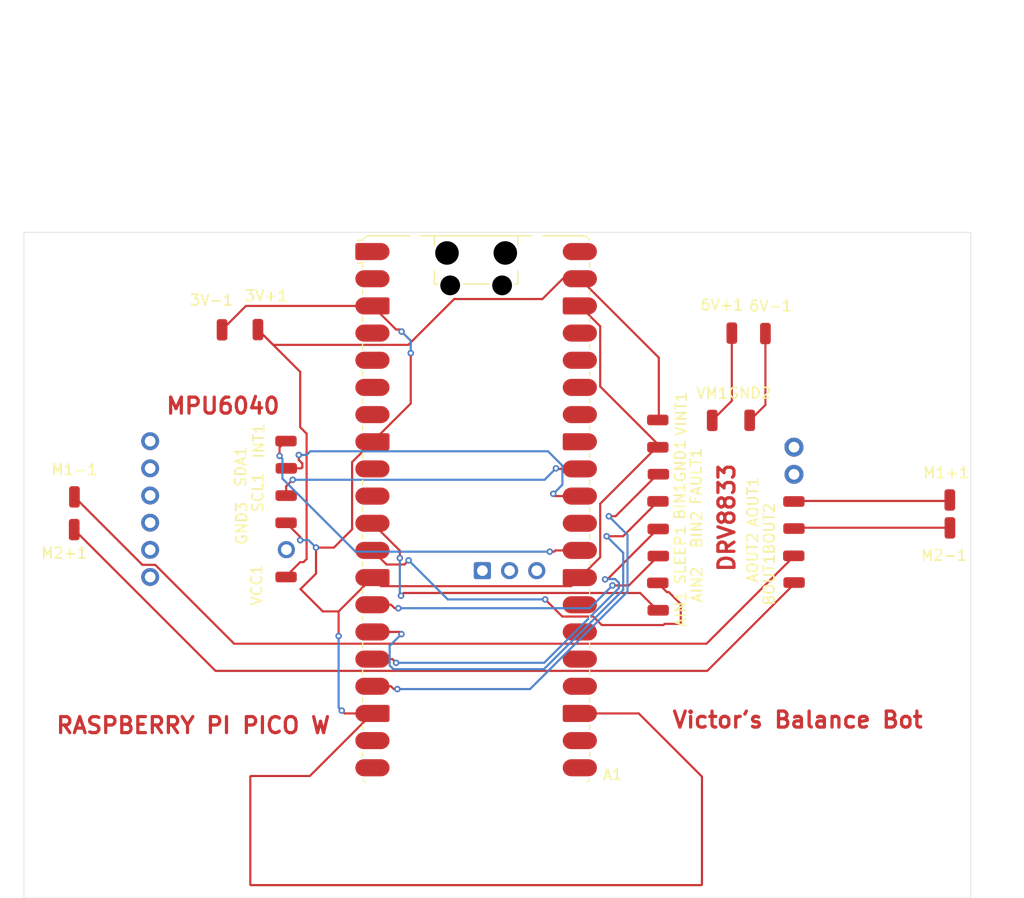
<source format=kicad_pcb>
(kicad_pcb (version 20241229) (generator "pcbnew") (generator_version "9.0")
  (layers (0 "F.Cu" signal) (2 "B.Cu" signal) (13 "F.Paste" user) (15 "B.Paste" user) (5 "F.SilkS" user "F.Silkscreen") (7 "B.SilkS" user "B.Silkscreen") (1 "F.Mask" user) (3 "B.Mask" user) (25 "Edge.Cuts" user))
  (net 0 "")
  (net 1 "Net-(A1-GPIO10)")
  (net 2 "Net-(A1-GPIO22)")
  (net 10 "Net-(A1-GPIO8)")
  (net 14 "Net-(A1-VSYS)")
  (net 15 "Net-(A1-GPIO26_ADC0)")
  (net 20 "Net-(A1-GPIO12)")
  (net 26 "Net-(A1-GPIO9)")
  (net 28 "Net-(A1-GPIO13)")
  (net 30 "Net-(A1-GPIO11)")
  (net 33 "Net-(3V-1-Pad1)")
  (net 34 "Net-(A1-GPIO27_ADC1)")
  (net 35 "Net-(6V+1-Pad1)")
  (net 36 "Net-(6V-1-Pad1)")
  (net 37 "Net-(AOUT1-Pad1)")
  (net 38 "Net-(AOUT2-Pad1)")
  (net 39 "Net-(BOUT1-Pad1)")
  (net 40 "Net-(BOUT2-Pad1)")
  (net 41 "AD0")
  (net 42 "GND")
  (net 43 "BSEN")
  (net 44 "FSYNC_IN")
  (net 45 "SCL_EXT")
  (net 46 "SDA_EXT")
  (net 47 "CLKIN")
  (net 48 "ASEN")
  (footprint "Connector_Wire:SolderWirePad_1x01_SMD_1x2mm" (layer "F.Cu") (at 142.3 107.58 90)
    (property "Reference" "AIN2" (at -0.16 3.65 90) (layer "F.SilkS"))
    (property "Value" "MountingHole_Pad")
    (pad "1" smd roundrect (at 0 0 90) (size 1 2) (layers "F.Cu" "F.Mask" "F.Paste") (net 26 "Net-(A1-GPIO9)"))
  )
  (footprint "Connector_Wire:SolderWirePad_1x01_SMD_1x2mm" (layer "F.Cu") (at 87.7745 102.6)
    (property "Reference" "M2+1" (at -0.9345 2.19 0) (layer "F.SilkS"))
    (property "Value" "MountingHole_Pad")
    (pad "1" smd roundrect (at 0 0) (size 1 2) (layers "F.Cu" "F.Mask" "F.Paste") (net 39 "Net-(BOUT1-Pad1)"))
  )
  (footprint "Connector_Wire:SolderWirePad_1x01_SMD_1x2mm" (layer "F.Cu") (at 107.59 96.87 90)
    (property "Reference" "SDA1" (at 0.15 -4.26 90) (layer "F.SilkS"))
    (property "Value" "MountingHole_Pad")
    (pad "1" smd roundrect (at 0 0 90) (size 1 2) (layers "F.Cu" "F.Mask" "F.Paste") (net 15 "Net-(A1-GPIO26_ADC0)"))
  )
  (footprint "Connector_Wire:SolderWirePad_1x01_SMD_1x2mm" (layer "F.Cu") (at 155.02 99.97 90)
    (property "Reference" "AOUT1" (at -0.04 -3.83 90) (layer "F.SilkS"))
    (property "Value" "MountingHole_Pad")
    (pad "1" smd roundrect (at 0 0 90) (size 1 2) (layers "F.Cu" "F.Mask" "F.Paste") (net 37 "Net-(AOUT1-Pad1)"))
  )
  (footprint "Connector_Wire:SolderWirePad_1x01_SMD_1x2mm" (layer "F.Cu") (at 107.58 99.42 90)
    (property "Reference" "SCL1" (at 0.28 -2.65 90) (layer "F.SilkS"))
    (property "Value" "MountingHole_Pad")
    (pad "1" smd roundrect (at 0 0 90) (size 1 2) (layers "F.Cu" "F.Mask" "F.Paste") (net 34 "Net-(A1-GPIO27_ADC1)"))
  )
  (footprint "Connector_Wire:SolderWirePad_1x01_SMD_1x2mm" (layer "F.Cu") (at 142.3 92.35 90)
    (property "Reference" "VINT1" (at 0.58 2.19 90) (layer "F.SilkS"))
    (property "Value" "MountingHole_Pad")
    (pad "1" smd roundrect (at 0 0 90) (size 1 2) (layers "F.Cu" "F.Mask" "F.Paste") (net 14 "Net-(A1-VSYS)"))
  )
  (footprint "Connector_Wire:SolderWirePad_1x01_SMD_1x2mm" (layer "F.Cu") (at 142.35 105.07 90)
    (property "Reference" "SLEEP1" (at 0.12 2.06 90) (layer "F.SilkS"))
    (property "Value" "MountingHole_Pad")
    (pad "1" smd roundrect (at 0 0 90) (size 1 2) (layers "F.Cu" "F.Mask" "F.Paste") (net 1 "Net-(A1-GPIO10)"))
  )
  (footprint "Connector_Wire:SolderWirePad_1x01_SMD_1x2mm" (layer "F.Cu") (at 142.31 94.9 90)
    (property "Reference" "GND1" (at -1.28 2.1 90) (layer "F.SilkS"))
    (property "Value" "MountingHole_Pad")
    (pad "1" smd roundrect (at 0 0 90) (size 1 2) (layers "F.Cu" "F.Mask" "F.Paste") (net 33 "Net-(3V-1-Pad1)"))
  )
  (footprint "Connector_Wire:SolderWirePad_1x01_SMD_1x2mm" (layer "F.Cu") (at 149.22 84.23)
    (property "Reference" "6V+1" (at -0.93 -2.63 0) (layer "F.SilkS"))
    (property "Value" "MountingHole_Pad")
    (pad "1" smd roundrect (at 0 0) (size 1 2) (layers "F.Cu" "F.Mask" "F.Paste") (net 35 "Net-(6V+1-Pad1)"))
  )
  (footprint "mpu:1X06_ROUND" (layer "F.Cu") (at 94.870979 100.681644 90)
    (property "Reference" "JP2" (hide yes))
    (property "Value" "" (hide yes))
    (pad "1" thru_hole circle (at -6.35 0 180) (size 1.6764 1.6764) (drill 1) (layers "*.Cu" "*.Mask") (net 41 "AD0"))
    (pad "2" thru_hole circle (at -3.81 0 180) (size 1.6764 1.6764) (drill 1) (layers "*.Cu" "*.Mask") (net 44 "FSYNC_IN"))
    (pad "3" thru_hole circle (at -1.27 0 180) (size 1.6764 1.6764) (drill 1) (layers "*.Cu" "*.Mask") (net 45 "SCL_EXT"))
    (pad "4" thru_hole circle (at 1.27 0 180) (size 1.6764 1.6764) (drill 1) (layers "*.Cu" "*.Mask") (net 46 "SDA_EXT"))
    (pad "5" thru_hole circle (at 3.81 0 180) (size 1.6764 1.6764) (drill 1) (layers "*.Cu" "*.Mask") (net 47 "CLKIN"))
    (pad "6" thru_hole circle (at 6.35 0 180) (size 1.6764 1.6764) (drill 1) (layers "*.Cu" "*.Mask") (net 42 "GND"))
  )
  (footprint "Connector_Wire:SolderWirePad_1x01_SMD_1x2mm" (layer "F.Cu") (at 150.89 92.38)
    (property "Reference" "GND2" (at 0 -2.54 0) (layer "F.SilkS"))
    (property "Value" "MountingHole_Pad")
    (pad "1" smd roundrect (at 0 0) (size 1 2) (layers "F.Cu" "F.Mask" "F.Paste") (net 36 "Net-(6V-1-Pad1)"))
  )
  (footprint "Connector_Wire:SolderWirePad_1x01_SMD_1x2mm" (layer "F.Cu") (at 169.59 99.83)
    (property "Reference" "M1+1" (at -0.34 -2.55 0) (layer "F.SilkS"))
    (property "Value" "MountingHole_Pad")
    (pad "1" smd roundrect (at 0 0) (size 1 2) (layers "F.Cu" "F.Mask" "F.Paste") (net 37 "Net-(AOUT1-Pad1)"))
  )
  (footprint "Module:RaspberryPi_Pico_W_SMD_HandSolder" (layer "F.Cu") (at 125.33 100.735)
    (property "Reference" "A1" (at 11.7475 24.765 0) (layer "F.SilkS") (effects (justify left)))
    (property "Value" "RaspberryPi_Pico_W")
    (fp_line (start -10.61 -23.07) (end -11.09 -23.07) (stroke (width 0.12)) (layer "F.SilkS"))
    (fp_line (start -10.61 -23.07) (end -10.61 -22.65) (stroke (width 0.12)) (layer "F.SilkS"))
    (fp_line (start -10.61 -20.53) (end -10.61 -20.11) (stroke (width 0.12)) (layer "F.SilkS"))
    (fp_line (start -10.61 -17.99) (end -10.61 -17.57) (stroke (width 0.12)) (layer "F.SilkS"))
    (fp_line (start -10.61 -15.45) (end -10.61 -15.03) (stroke (width 0.12)) (layer "F.SilkS"))
    (fp_line (start -10.61 -12.91) (end -10.61 -12.49) (stroke (width 0.12)) (layer "F.SilkS"))
    (fp_line (start -10.61 -10.37) (end -10.61 -9.95) (stroke (width 0.12)) (layer "F.SilkS"))
    (fp_line (start -10.61 -7.83) (end -10.61 -7.41) (stroke (width 0.12)) (layer "F.SilkS"))
    (fp_line (start -10.61 -5.29) (end -10.61 -4.87) (stroke (width 0.12)) (layer "F.SilkS"))
    (fp_line (start -10.61 -2.75) (end -10.61 -2.33) (stroke (width 0.12)) (layer "F.SilkS"))
    (fp_line (start -10.61 -0.21) (end -10.61 0.21) (stroke (width 0.12)) (layer "F.SilkS"))
    (fp_line (start -10.61 2.33) (end -10.61 2.75) (stroke (width 0.12)) (layer "F.SilkS"))
    (fp_line (start -10.61 4.87) (end -10.61 5.29) (stroke (width 0.12)) (layer "F.SilkS"))
    (fp_line (start -10.61 7.41) (end -10.61 7.83) (stroke (width 0.12)) (layer "F.SilkS"))
    (fp_line (start -10.61 9.95) (end -10.61 10.37) (stroke (width 0.12)) (layer "F.SilkS"))
    (fp_line (start -10.61 12.49) (end -10.61 12.91) (stroke (width 0.12)) (layer "F.SilkS"))
    (fp_line (start -10.61 15.03) (end -10.61 15.45) (stroke (width 0.12)) (layer "F.SilkS"))
    (fp_line (start -10.61 17.57) (end -10.61 17.99) (stroke (width 0.12)) (layer "F.SilkS"))
    (fp_line (start -10.61 20.11) (end -10.61 20.53) (stroke (width 0.12)) (layer "F.SilkS"))
    (fp_line (start -10.61 22.65) (end -10.61 23.07) (stroke (width 0.12)) (layer "F.SilkS"))
    (fp_line (start -10.579676 -25.19) (end -11.09 -25.19) (stroke (width 0.12)) (layer "F.SilkS"))
    (fp_line (start -10 -25.61) (end -7.51 -25.61) (stroke (width 0.12)) (layer "F.SilkS"))
    (fp_line (start -7.51 -25.61) (end -6.16206 -25.61) (stroke (width 0.12)) (layer "F.SilkS"))
    (fp_line (start -5.237939 -25.61) (end -4.235 -25.61) (stroke (width 0.12)) (layer "F.SilkS"))
    (fp_line (start -4.235 -25.61) (end 4.235 -25.61) (stroke (width 0.12)) (layer "F.SilkS"))
    (fp_line (start -3.9 -25.61) (end -3.9 -24.694) (stroke (width 0.12)) (layer "F.SilkS"))
    (fp_line (start -3.9 -22.306) (end -3.9 -21.09) (stroke (width 0.12)) (layer "F.SilkS"))
    (fp_line (start -3.9 -21.09) (end -3.60391 -21.09) (stroke (width 0.12)) (layer "F.SilkS"))
    (fp_line (start -1.24609 -21.09) (end 1.24609 -21.09) (stroke (width 0.12)) (layer "F.SilkS"))
    (fp_line (start 3.60391 -21.09) (end 3.9 -21.09) (stroke (width 0.12)) (layer "F.SilkS"))
    (fp_line (start 3.9 -25.61) (end 3.9 -24.694) (stroke (width 0.12)) (layer "F.SilkS"))
    (fp_line (start 3.9 -22.306) (end 3.9 -21.09) (stroke (width 0.12)) (layer "F.SilkS"))
    (fp_line (start 4.235 -25.61) (end 5.237939 -25.61) (stroke (width 0.12)) (layer "F.SilkS"))
    (fp_line (start 6.162061 -25.61) (end 7.51 -25.61) (stroke (width 0.12)) (layer "F.SilkS"))
    (fp_line (start 10 -25.61) (end 7.51 -25.61) (stroke (width 0.12)) (layer "F.SilkS"))
    (fp_line (start 10.61 -23.07) (end 10.61 -22.65) (stroke (width 0.12)) (layer "F.SilkS"))
    (fp_line (start 10.61 -20.53) (end 10.61 -20.11) (stroke (width 0.12)) (layer "F.SilkS"))
    (fp_line (start 10.61 -17.99) (end 10.61 -17.57) (stroke (width 0.12)) (layer "F.SilkS"))
    (fp_line (start 10.61 -15.45) (end 10.61 -15.03) (stroke (width 0.12)) (layer "F.SilkS"))
    (fp_line (start 10.61 -12.91) (end 10.61 -12.49) (stroke (width 0.12)) (layer "F.SilkS"))
    (fp_line (start 10.61 -10.37) (end 10.61 -9.95) (stroke (width 0.12)) (layer "F.SilkS"))
    (fp_line (start 10.61 -7.83) (end 10.61 -7.41) (stroke (width 0.12)) (layer "F.SilkS"))
    (fp_line (start 10.61 -5.29) (end 10.61 -4.87) (stroke (width 0.12)) (layer "F.SilkS"))
    (fp_line (start 10.61 -2.75) (end 10.61 -2.33) (stroke (width 0.12)) (layer "F.SilkS"))
    (fp_line (start 10.61 -0.21) (end 10.61 0.21) (stroke (width 0.12)) (layer "F.SilkS"))
    (fp_line (start 10.61 2.33) (end 10.61 2.75) (stroke (width 0.12)) (layer "F.SilkS"))
    (fp_line (start 10.61 4.87) (end 10.61 5.29) (stroke (width 0.12)) (layer "F.SilkS"))
    (fp_line (start 10.61 7.41) (end 10.61 7.83) (stroke (width 0.12)) (layer "F.SilkS"))
    (fp_line (start 10.61 9.95) (end 10.61 10.37) (stroke (width 0.12)) (layer "F.SilkS"))
    (fp_line (start 10.61 12.49) (end 10.61 12.91) (stroke (width 0.12)) (layer "F.SilkS"))
    (fp_line (start 10.61 15.03) (end 10.61 15.45) (stroke (width 0.12)) (layer "F.SilkS"))
    (fp_line (start 10.61 17.57) (end 10.61 17.99) (stroke (width 0.12)) (layer "F.SilkS"))
    (fp_line (start 10.61 20.11) (end 10.61 20.53) (stroke (width 0.12)) (layer "F.SilkS"))
    (fp_line (start 10.61 22.65) (end 10.61 23.07) (stroke (width 0.12)) (layer "F.SilkS"))
    (fp_arc (start -10.579676 -25.19) (mid -10.357938 -25.493944) (end -10 -25.61) (stroke (width 0.12)) (layer "F.SilkS"))
    (fp_arc (start -10.363318 25.49) (mid -10.494791 25.356765) (end -10.579676 25.189937) (stroke (width 0.12)) (layer "F.SilkS"))
    (fp_arc (start 10 -25.61) (mid 10.357937 -25.493944) (end 10.579676 -25.189937) (stroke (width 0.12)) (layer "F.SilkS"))
    (fp_arc (start 10.579676 25.189937) (mid 10.494803 25.356773) (end 10.363318 25.49) (stroke (width 0.12)) (layer "F.SilkS"))
    (pad "" smd rect (at -8.89 -24.13) (size 3.8 2.2) (drill (offset -0.8 0)) (layers "F.Paste"))
    (pad "" smd rect (at -8.89 -21.59) (size 3.8 2.2) (drill (offset -0.8 0)) (layers "F.Paste"))
    (pad "" smd rect (at -8.89 -19.05) (size 3.8 2.2) (drill (offset -0.8 0)) (layers "F.Paste"))
    (pad "" smd rect (at -8.89 -16.51) (size 3.8 2.2) (drill (offset -0.8 0)) (layers "F.Paste"))
    (pad "" smd rect (at -8.89 -13.97) (size 3.8 2.2) (drill (offset -0.8 0)) (layers "F.Paste"))
    (pad "" smd rect (at -8.89 -11.43) (size 3.8 2.2) (drill (offset -0.8 0)) (layers "F.Paste"))
    (pad "" smd rect (at -8.89 -8.89) (size 3.8 2.2) (drill (offset -0.8 0)) (layers "F.Paste"))
    (pad "" smd rect (at -8.89 -6.35) (size 3.8 2.2) (drill (offset -0.8 0)) (layers "F.Paste"))
    (pad "" smd rect (at -8.89 -3.81) (size 3.8 2.2) (drill (offset -0.8 0)) (layers "F.Paste"))
    (pad "" smd rect (at -8.89 -1.27) (size 3.8 2.2) (drill (offset -0.8 0)) (layers "F.Paste"))
    (pad "" smd rect (at -8.89 1.27) (size 3.8 2.2) (drill (offset -0.8 0)) (layers "F.Paste"))
    (pad "" smd rect (at -8.89 3.81) (size 3.8 2.2) (drill (offset -0.8 0)) (layers "F.Paste"))
    (pad "" smd rect (at -8.89 6.35) (size 3.8 2.2) (drill (offset -0.8 0)) (layers "F.Paste"))
    (pad "" smd rect (at -8.89 8.89) (size 3.8 2.2) (drill (offset -0.8 0)) (layers "F.Paste"))
    (pad "" smd rect (at -8.89 11.43) (size 3.8 2.2) (drill (offset -0.8 0)) (layers "F.Paste"))
    (pad "" smd rect (at -8.89 13.97) (size 3.8 2.2) (drill (offset -0.8 0)) (layers "F.Paste"))
    (pad "" smd rect (at -8.89 16.51) (size 3.8 2.2) (drill (offset -0.8 0)) (layers "F.Paste"))
    (pad "" smd rect (at -8.89 19.05) (size 3.8 2.2) (drill (offset -0.8 0)) (layers "F.Paste"))
    (pad "" smd rect (at -8.89 21.59) (size 3.8 2.2) (drill (offset -0.8 0)) (layers "F.Paste"))
    (pad "" smd rect (at -8.89 24.13) (size 3.8 2.2) (drill (offset -0.8 0)) (layers "F.Paste"))
    (pad "" np_thru_hole circle (at -2.725 -24) (size 2.2 2.2) (drill 2.2) (layers "*.Mask"))
    (pad "" np_thru_hole circle (at -2.425 -20.97) (size 1.85 1.85) (drill 1.85) (layers "*.Mask"))
    (pad "" np_thru_hole circle (at 2.425 -20.97) (size 1.85 1.85) (drill 1.85) (layers "*.Mask"))
    (pad "" np_thru_hole circle (at 2.725 -24) (size 2.2 2.2) (drill 2.2) (layers "*.Mask"))
    (pad "" smd rect (at 8.89 -24.13) (size 3.8 2.2) (drill (offset 0.8 0)) (layers "F.Paste"))
    (pad "" smd rect (at 8.89 -21.59) (size 3.8 2.2) (drill (offset 0.8 0)) (layers "F.Paste"))
    (pad "" smd rect (at 8.89 -19.05) (size 3.8 2.2) (drill (offset 0.8 0)) (layers "F.Paste"))
    (pad "" smd rect (at 8.89 -16.51) (size 3.8 2.2) (drill (offset 0.8 0)) (layers "F.Paste"))
    (pad "" smd rect (at 8.89 -13.97) (size 3.8 2.2) (drill (offset 0.8 0)) (layers "F.Paste"))
    (pad "" smd rect (at 8.89 -11.43) (size 3.8 2.2) (drill (offset 0.8 0)) (layers "F.Paste"))
    (pad "" smd rect (at 8.89 -8.89) (size 3.8 2.2) (drill (offset 0.8 0)) (layers "F.Paste"))
    (pad "" smd rect (at 8.89 -6.35) (size 3.8 2.2) (drill (offset 0.8 0)) (layers "F.Paste"))
    (pad "" smd rect (at 8.89 -3.81) (size 3.8 2.2) (drill (offset 0.8 0)) (layers "F.Paste"))
    (pad "" smd rect (at 8.89 -1.27) (size 3.8 2.2) (drill (offset 0.8 0)) (layers "F.Paste"))
    (pad "" smd rect (at 8.89 1.27) (size 3.8 2.2) (drill (offset 0.8 0)) (layers "F.Paste"))
    (pad "" smd rect (at 8.89 3.81) (size 3.8 2.2) (drill (offset 0.8 0)) (layers "F.Paste"))
    (pad "" smd rect (at 8.89 6.35) (size 3.8 2.2) (drill (offset 0.8 0)) (layers "F.Paste"))
    (pad "" smd rect (at 8.89 8.89) (size 3.8 2.2) (drill (offset 0.8 0)) (layers "F.Paste"))
    (pad "" smd rect (at 8.89 11.43) (size 3.8 2.2) (drill (offset 0.8 0)) (layers "F.Paste"))
    (pad "" smd rect (at 8.89 13.97) (size 3.8 2.2) (drill (offset 0.8 0)) (layers "F.Paste"))
    (pad "" smd rect (at 8.89 16.51) (size 3.8 2.2) (drill (offset 0.8 0)) (layers "F.Paste"))
    (pad "" smd rect (at 8.89 19.05) (size 3.8 2.2) (drill (offset 0.8 0)) (layers "F.Paste"))
    (pad "" smd rect (at 8.89 21.59) (size 3.8 2.2) (drill (offset 0.8 0)) (layers "F.Paste"))
    (pad "" smd rect (at 8.89 24.13) (size 3.8 2.2) (drill (offset 0.8 0)) (layers "F.Paste"))
    (pad "1" smd custom (at -9.69 -24.13) (size 1.6 0.8) (layers "F.Cu" "F.Mask") (options (clearance outline) (anchor rect)) (primitives (gr_circle (center 0.8 0) (end 1.6 0) (width 0) (fill yes)) (gr_poly (pts (xy -1.6 -0.6) (xy -1.6 0.6) (xy -1.4 0.8) (xy 0.8 0.8) (xy 0.8 -0.8) (xy -1.4 -0.8)) (width 0) (fill yes)) (gr_circle (center -1.4 -0.6) (end -1.2 -0.6) (width 0) (fill yes)) (gr_circle (center -1.4 0.6) (end -1.2 0.6) (width 0) (fill yes))))
    (pad "2" smd roundrect (at -9.69 -21.59) (size 3.2 1.6) (layers "F.Cu" "F.Mask") (roundrect_rratio 0.5))
    (pad "3" smd custom (at -9.69 -19.05) (size 1.6 0.8) (layers "F.Cu" "F.Mask") (net 33 "Net-(3V-1-Pad1)") (options (clearance outline) (anchor rect)) (primitives (gr_circle (center -0.8 0) (end 0 0) (width 0) (fill yes)) (gr_poly (pts (xy 1.6 -0.6) (xy 1.6 0.6) (xy 1.4 0.8) (xy -0.8 0.8) (xy -0.8 -0.8) (xy 1.4 -0.8)) (width 0) (fill yes)) (gr_circle (center 1.4 -0.6) (end 1.6 -0.6) (width 0) (fill yes)) (gr_circle (center 1.4 0.6) (end 1.6 0.6) (width 0) (fill yes))))
    (pad "4" smd roundrect (at -9.69 -16.51) (size 3.2 1.6) (layers "F.Cu" "F.Mask") (roundrect_rratio 0.5))
    (pad "5" smd roundrect (at -9.69 -13.97) (size 3.2 1.6) (layers "F.Cu" "F.Mask") (roundrect_rratio 0.5))
    (pad "6" smd roundrect (at -9.69 -11.43) (size 3.2 1.6) (layers "F.Cu" "F.Mask") (roundrect_rratio 0.5))
    (pad "7" smd roundrect (at -9.69 -8.89) (size 3.2 1.6) (layers "F.Cu" "F.Mask") (roundrect_rratio 0.5))
    (pad "8" smd custom (at -9.69 -6.35) (size 1.6 0.8) (layers "F.Cu" "F.Mask") (net 33 "Net-(3V-1-Pad1)") (options (clearance outline) (anchor rect)) (primitives (gr_circle (center -0.8 0) (end 0 0) (width 0) (fill yes)) (gr_poly (pts (xy 1.6 -0.6) (xy 1.6 0.6) (xy 1.4 0.8) (xy -0.8 0.8) (xy -0.8 -0.8) (xy 1.4 -0.8)) (width 0) (fill yes)) (gr_circle (center 1.4 -0.6) (end 1.6 -0.6) (width 0) (fill yes)) (gr_circle (center 1.4 0.6) (end 1.6 0.6) (width 0) (fill yes))))
    (pad "9" smd roundrect (at -9.69 -3.81) (size 3.2 1.6) (layers "F.Cu" "F.Mask") (roundrect_rratio 0.5))
    (pad "10" smd roundrect (at -9.69 -1.27) (size 3.2 1.6) (layers "F.Cu" "F.Mask") (roundrect_rratio 0.5))
    (pad "11" smd roundrect (at -9.69 1.27) (size 3.2 1.6) (layers "F.Cu" "F.Mask") (roundrect_rratio 0.5) (net 10 "Net-(A1-GPIO8)"))
    (pad "12" smd roundrect (at -9.69 3.81) (size 3.2 1.6) (layers "F.Cu" "F.Mask") (roundrect_rratio 0.5) (net 26 "Net-(A1-GPIO9)"))
    (pad "13" smd custom (at -9.69 6.35) (size 1.6 0.8) (layers "F.Cu" "F.Mask") (net 33 "Net-(3V-1-Pad1)") (options (clearance outline) (anchor rect)) (primitives (gr_circle (center -0.8 0) (end 0 0) (width 0) (fill yes)) (gr_poly (pts (xy 1.6 -0.6) (xy 1.6 0.6) (xy 1.4 0.8) (xy -0.8 0.8) (xy -0.8 -0.8) (xy 1.4 -0.8)) (width 0) (fill yes)) (gr_circle (center 1.4 -0.6) (end 1.6 -0.6) (width 0) (fill yes)) (gr_circle (center 1.4 0.6) (end 1.6 0.6) (width 0) (fill yes))))
    (pad "14" smd roundrect (at -9.69 8.89) (size 3.2 1.6) (layers "F.Cu" "F.Mask") (roundrect_rratio 0.5) (net 1 "Net-(A1-GPIO10)"))
    (pad "15" smd roundrect (at -9.69 11.43) (size 3.2 1.6) (layers "F.Cu" "F.Mask") (roundrect_rratio 0.5) (net 30 "Net-(A1-GPIO11)"))
    (pad "16" smd roundrect (at -9.69 13.97) (size 3.2 1.6) (layers "F.Cu" "F.Mask") (roundrect_rratio 0.5) (net 20 "Net-(A1-GPIO12)"))
    (pad "17" smd roundrect (at -9.69 16.51) (size 3.2 1.6) (layers "F.Cu" "F.Mask") (roundrect_rratio 0.5) (net 28 "Net-(A1-GPIO13)"))
    (pad "18" smd custom (at -9.69 19.05) (size 1.6 0.8) (layers "F.Cu" "F.Mask") (net 33 "Net-(3V-1-Pad1)") (options (clearance outline) (anchor rect)) (primitives (gr_circle (center -0.8 0) (end 0 0) (width 0) (fill yes)) (gr_poly (pts (xy 1.6 -0.6) (xy 1.6 0.6) (xy 1.4 0.8) (xy -0.8 0.8) (xy -0.8 -0.8) (xy 1.4 -0.8)) (width 0) (fill yes)) (gr_circle (center 1.4 -0.6) (end 1.6 -0.6) (width 0) (fill yes)) (gr_circle (center 1.4 0.6) (end 1.6 0.6) (width 0) (fill yes))))
    (pad "19" smd roundrect (at -9.69 21.59) (size 3.2 1.6) (layers "F.Cu" "F.Mask") (roundrect_rratio 0.5))
    (pad "20" smd roundrect (at -9.69 24.13) (size 3.2 1.6) (layers "F.Cu" "F.Mask") (roundrect_rratio 0.5))
    (pad "21" smd roundrect (at 9.69 24.13) (size 3.2 1.6) (layers "F.Cu" "F.Mask") (roundrect_rratio 0.5))
    (pad "22" smd roundrect (at 9.69 21.59) (size 3.2 1.6) (layers "F.Cu" "F.Mask") (roundrect_rratio 0.5))
    (pad "23" smd custom (at 9.69 19.05) (size 1.6 0.8) (layers "F.Cu" "F.Mask") (net 33 "Net-(3V-1-Pad1)") (options (clearance outline) (anchor rect)) (primitives (gr_circle (center 0.8 0) (end 1.6 0) (width 0) (fill yes)) (gr_poly (pts (xy -1.6 -0.6) (xy -1.6 0.6) (xy -1.4 0.8) (xy 0.8 0.8) (xy 0.8 -0.8) (xy -1.4 -0.8)) (width 0) (fill yes)) (gr_circle (center -1.4 -0.6) (end -1.2 -0.6) (width 0) (fill yes)) (gr_circle (center -1.4 0.6) (end -1.2 0.6) (width 0) (fill yes))))
    (pad "24" smd roundrect (at 9.69 16.51) (size 3.2 1.6) (layers "F.Cu" "F.Mask") (roundrect_rratio 0.5))
    (pad "25" smd roundrect (at 9.69 13.97) (size 3.2 1.6) (layers "F.Cu" "F.Mask") (roundrect_rratio 0.5))
    (pad "26" smd roundrect (at 9.69 11.43) (size 3.2 1.6) (layers "F.Cu" "F.Mask") (roundrect_rratio 0.5))
    (pad "27" smd roundrect (at 9.69 8.89) (size 3.2 1.6) (layers "F.Cu" "F.Mask") (roundrect_rratio 0.5))
    (pad "28" smd custom (at 9.69 6.35) (size 1.6 0.8) (layers "F.Cu" "F.Mask") (net 33 "Net-(3V-1-Pad1)") (options (clearance outline) (anchor rect)) (primitives (gr_circle (center 0.8 0) (end 1.6 0) (width 0) (fill yes)) (gr_poly (pts (xy -1.6 -0.6) (xy -1.6 0.6) (xy -1.4 0.8) (xy 0.8 0.8) (xy 0.8 -0.8) (xy -1.4 -0.8)) (width 0) (fill yes)) (gr_circle (center -1.4 -0.6) (end -1.2 -0.6) (width 0) (fill yes)) (gr_circle (center -1.4 0.6) (end -1.2 0.6) (width 0) (fill yes))))
    (pad "29" smd roundrect (at 9.69 3.81) (size 3.2 1.6) (layers "F.Cu" "F.Mask") (roundrect_rratio 0.5) (net 2 "Net-(A1-GPIO22)"))
    (pad "30" smd roundrect (at 9.69 1.27) (size 3.2 1.6) (layers "F.Cu" "F.Mask") (roundrect_rratio 0.5))
    (pad "31" smd roundrect (at 9.69 -1.27) (size 3.2 1.6) (layers "F.Cu" "F.Mask") (roundrect_rratio 0.5) (net 15 "Net-(A1-GPIO26_ADC0)"))
    (pad "32" smd roundrect (at 9.69 -3.81) (size 3.2 1.6) (layers "F.Cu" "F.Mask") (roundrect_rratio 0.5) (net 34 "Net-(A1-GPIO27_ADC1)"))
    (pad "33" smd custom (at 9.69 -6.35) (size 1.6 0.8) (layers "F.Cu" "F.Mask") (options (clearance outline) (anchor rect)) (primitives (gr_circle (center 0.8 0) (end 1.6 0) (width 0) (fill yes)) (gr_poly (pts (xy -1.6 -0.6) (xy -1.6 0.6) (xy -1.4 0.8) (xy 0.8 0.8) (xy 0.8 -0.8) (xy -1.4 -0.8)) (width 0) (fill yes)) (gr_circle (center -1.4 -0.6) (end -1.2 -0.6) (width 0) (fill yes)) (gr_circle (center -1.4 0.6) (end -1.2 0.6) (width 0) (fill yes))))
    (pad "34" smd roundrect (at 9.69 -8.89) (size 3.2 1.6) (layers "F.Cu" "F.Mask") (roundrect_rratio 0.5))
    (pad "35" smd roundrect (at 9.69 -11.43) (size 3.2 1.6) (layers "F.Cu" "F.Mask") (roundrect_rratio 0.5))
    (pad "36" smd roundrect (at 9.69 -13.97) (size 3.2 1.6) (layers "F.Cu" "F.Mask") (roundrect_rratio 0.5))
    (pad "37" smd roundrect (at 9.69 -16.51) (size 3.2 1.6) (layers "F.Cu" "F.Mask") (roundrect_rratio 0.5))
    (pad "38" smd custom (at 9.69 -19.05) (size 1.6 0.8) (layers "F.Cu" "F.Mask") (net 33 "Net-(3V-1-Pad1)") (options (clearance outline) (anchor rect)) (primitives (gr_circle (center 0.8 0) (end 1.6 0) (width 0) (fill yes)) (gr_poly (pts (xy -1.6 -0.6) (xy -1.6 0.6) (xy -1.4 0.8) (xy 0.8 0.8) (xy 0.8 -0.8) (xy -1.4 -0.8)) (width 0) (fill yes)) (gr_circle (center -1.4 -0.6) (end -1.2 -0.6) (width 0) (fill yes)) (gr_circle (center -1.4 0.6) (end -1.2 0.6) (width 0) (fill yes))))
    (pad "39" smd roundrect (at 9.69 -21.59) (size 3.2 1.6) (layers "F.Cu" "F.Mask") (roundrect_rratio 0.5) (net 14 "Net-(A1-VSYS)"))
    (pad "40" smd roundrect (at 9.69 -24.13) (size 3.2 1.6) (layers "F.Cu" "F.Mask") (roundrect_rratio 0.5))
    (pad "D1" thru_hole roundrect (at 0.5841 5.7) (size 1.6 1.6) (drill 1) (layers "*.Cu" "*.Mask") (roundrect_rratio 0.125))
    (pad "D2" thru_hole circle (at 3.1241 5.7) (size 1.6 1.6) (drill 1) (layers "*.Cu" "*.Mask"))
    (pad "D3" thru_hole circle (at 5.6641 5.7) (size 1.6 1.6) (drill 1) (layers "*.Cu" "*.Mask"))
  )
  (footprint "Connector_Wire:SolderWirePad_1x01_SMD_1x2mm" (layer "F.Cu") (at 107.56 94.32 90)
    (property "Reference" "INT1" (at 0 -2.54 90) (layer "F.SilkS"))
    (property "Value" "MountingHole_Pad")
    (pad "1" smd roundrect (at 0 0 90) (size 1 2) (layers "F.Cu" "F.Mask" "F.Paste") (net 2 "Net-(A1-GPIO22)"))
  )
  (footprint "Connector_Wire:SolderWirePad_1x01_SMD_1x2mm" (layer "F.Cu") (at 142.34 110.14 90)
    (property "Reference" "AIN1" (at 0.1 2.11 90) (layer "F.SilkS"))
    (property "Value" "MountingHole_Pad")
    (pad "1" smd roundrect (at 0 0 90) (size 1 2) (layers "F.Cu" "F.Mask" "F.Paste") (net 10 "Net-(A1-GPIO8)"))
  )
  (footprint "Connector_Wire:SolderWirePad_1x01_SMD_1x2mm" (layer "F.Cu") (at 169.6 102.44)
    (property "Reference" "M2-1" (at -0.55 2.56 0) (layer "F.SilkS"))
    (property "Value" "MountingHole_Pad")
    (pad "1" smd roundrect (at 0 0) (size 1 2) (layers "F.Cu" "F.Mask" "F.Paste") (net 40 "Net-(BOUT2-Pad1)"))
  )
  (footprint "Connector_Wire:SolderWirePad_1x01_SMD_1x2mm" (layer "F.Cu") (at 107.57 101.96 90)
    (property "Reference" "GND3" (at -0.05 -4.15 90) (layer "F.SilkS"))
    (property "Value" "MountingHole_Pad")
    (pad "1" smd roundrect (at 0 0 90) (size 1 2) (layers "F.Cu" "F.Mask" "F.Paste") (net 33 "Net-(3V-1-Pad1)"))
  )
  (footprint "Connector_Wire:SolderWirePad_1x01_SMD_1x2mm" (layer "F.Cu") (at 147.39 92.39)
    (property "Reference" "VM1" (at 0 -2.54 0) (layer "F.SilkS"))
    (property "Value" "MountingHole_Pad")
    (pad "1" smd roundrect (at 0 0) (size 1 2) (layers "F.Cu" "F.Mask" "F.Paste") (net 35 "Net-(6V+1-Pad1)"))
  )
  (footprint "Connector_Wire:SolderWirePad_1x01_SMD_1x2mm" (layer "F.Cu") (at 142.34 102.54 90)
    (property "Reference" "BIN2" (at -0.05 3.6 90) (layer "F.SilkS"))
    (property "Value" "MountingHole_Pad")
    (pad "1" smd roundrect (at 0 0 90) (size 1 2) (layers "F.Cu" "F.Mask" "F.Paste") (net 20 "Net-(A1-GPIO12)"))
  )
  (footprint "Connector_Wire:SolderWirePad_1x01_SMD_1x2mm" (layer "F.Cu") (at 142.32 99.96 90)
    (property "Reference" "BIN1" (at 0.03 2.02 90) (layer "F.SilkS"))
    (property "Value" "MountingHole_Pad")
    (pad "1" smd roundrect (at 0 0 90) (size 1 2) (layers "F.Cu" "F.Mask" "F.Paste") (net 30 "Net-(A1-GPIO11)"))
  )
  (footprint "Connector_Wire:SolderWirePad_1x01_SMD_1x2mm" (layer "F.Cu") (at 155.01 105.05 90)
    (property "Reference" "AOUT2" (at -0.17 -3.86 90) (layer "F.SilkS"))
    (property "Value" "MountingHole_Pad")
    (pad "1" smd roundrect (at 0 0 90) (size 1 2) (layers "F.Cu" "F.Mask" "F.Paste") (net 38 "Net-(AOUT2-Pad1)"))
  )
  (footprint "" (layer "F.Cu") (at 107.6 104.4745 90)
    (property "Reference" "" (at 0 0 90) (layer "F.SilkS") (effects (font (size 1.27 1.27))))
    (property "Value" "")
    (pad "D3" thru_hole circle (at 0 0 90) (size 1.6 1.6) (drill 1) (layers "*.Cu" "*.Mask"))
  )
  (footprint "Connector_Wire:SolderWirePad_1x01_SMD_1x2mm" (layer "F.Cu") (at 107.57 107.03 90)
    (property "Reference" "VCC1" (at -0.75 -2.75 90) (layer "F.SilkS"))
    (property "Value" "MountingHole_Pad")
    (pad "1" smd roundrect (at 0 0 90) (size 1 2) (layers "F.Cu" "F.Mask" "F.Paste") (net 14 "Net-(A1-VSYS)"))
  )
  (footprint "Connector_Wire:SolderWirePad_1x01_SMD_1x2mm" (layer "F.Cu") (at 155.03 102.5 90)
    (property "Reference" "BOUT2" (at -0.01 -2.31 90) (layer "F.SilkS"))
    (property "Value" "MountingHole_Pad")
    (pad "1" smd roundrect (at 0 0 90) (size 1 2) (layers "F.Cu" "F.Mask" "F.Paste") (net 40 "Net-(BOUT2-Pad1)"))
  )
  (footprint "Connector_Wire:SolderWirePad_1x01_SMD_1x2mm" (layer "F.Cu") (at 87.7945 99.54)
    (property "Reference" "M1-1" (at 0 -2.54 0) (layer "F.SilkS"))
    (property "Value" "MountingHole_Pad")
    (pad "1" smd roundrect (at 0 0) (size 1 2) (layers "F.Cu" "F.Mask" "F.Paste") (net 38 "Net-(AOUT2-Pad1)"))
  )
  (footprint "Connector_Wire:SolderWirePad_1x01_SMD_1x2mm" (layer "F.Cu") (at 101.59 83.92)
    (property "Reference" "3V-1" (at -0.98 -2.78 0) (layer "F.SilkS"))
    (property "Value" "MountingHole_Pad")
    (pad "1" smd roundrect (at 0 0) (size 1 2) (layers "F.Cu" "F.Mask" "F.Paste") (net 33 "Net-(3V-1-Pad1)"))
  )
  (footprint "Connector_Wire:SolderWirePad_1x01_SMD_1x2mm" (layer "F.Cu") (at 155.04 107.55 90)
    (property "Reference" "BOUT1" (at 0.26 -2.33 90) (layer "F.SilkS"))
    (property "Value" "MountingHole_Pad")
    (pad "1" smd roundrect (at 0 0 90) (size 1 2) (layers "F.Cu" "F.Mask" "F.Paste") (net 39 "Net-(BOUT1-Pad1)"))
  )
  (footprint "Connector_Wire:SolderWirePad_1x01_SMD_1x2mm" (layer "F.Cu") (at 142.36 97.42 90)
    (property "Reference" "FAULT1" (at -0.2 3.52 90) (layer "F.SilkS"))
    (property "Value" "MountingHole_Pad")
    (pad "1" smd roundrect (at 0 0 90) (size 1 2) (layers "F.Cu" "F.Mask" "F.Paste") (net 28 "Net-(A1-GPIO13)"))
  )
  (footprint "Connector_Wire:SolderWirePad_1x01_SMD_1x2mm" (layer "F.Cu") (at 152.36 84.27)
    (property "Reference" "6V-1" (at 0.48 -2.59 0) (layer "F.SilkS"))
    (property "Value" "MountingHole_Pad")
    (pad "1" smd roundrect (at 0 0) (size 1 2) (layers "F.Cu" "F.Mask" "F.Paste") (net 36 "Net-(6V-1-Pad1)"))
  )
  (footprint "mpu:1X02_ROUND" (layer "F.Cu") (at 155.03 96.16 90)
    (property "Reference" "JP4" (hide yes))
    (property "Value" "")
    (pad "1" thru_hole circle (at -1.27 0 180) (size 1.778 1.778) (drill 1) (layers "*.Cu" "*.Mask") (net 48 "ASEN"))
    (pad "2" thru_hole circle (at 1.27 0 180) (size 1.778 1.778) (drill 1) (layers "*.Cu" "*.Mask") (net 43 "BSEN"))
  )
  (footprint "Connector_Wire:SolderWirePad_1x01_SMD_1x2mm" (layer "F.Cu") (at 104.94 83.9)
    (property "Reference" "3V+1" (at 0.79 -3.17 0) (layer "F.SilkS"))
    (property "Value" "MountingHole_Pad")
    (pad "1" smd roundrect (at 0 0) (size 1 2) (layers "F.Cu" "F.Mask" "F.Paste") (net 14 "Net-(A1-VSYS)"))
  )
  (gr_rect (start 83.08 74.8) (end 171.55 137.04) (stroke (width 0.05)) (fill no) (layer "Edge.Cuts"))
  (gr_text "RASPBERRY PI PICO W" (at 85.95 121.78 0) (layer "F.Cu") (effects (font (size 1.5 1.5) (thickness 0.3) (bold yes)) (justify left bottom)))
  (gr_text "DRV8833" (at 149.62 106.68 90) (layer "F.Cu") (effects (font (size 1.5 1.5) (thickness 0.3) (bold yes)) (justify left bottom)))
  (gr_text "Victor's Balance Bot" (at 143.53 121.26 0) (layer "F.Cu") (effects (font (size 1.5 1.5) (thickness 0.3) (bold yes)) (justify left bottom)))
  (gr_text "MPU6040\n" (at 96.23 91.91 0) (layer "F.Cu") (effects (font (size 1.5 1.5) (thickness 0.3) (bold yes)) (justify left bottom)))
  (segment (start 118.06 109.95) (end 117.71 109.95) (width 0.2) (layer "F.Cu") (net 1))
  (segment (start 139.6 107.82) (end 138.07 107.82) (width 0.2) (layer "F.Cu") (net 1))
  (segment (start 142.35 105.07) (end 139.6 107.82) (width 0.2) (layer "F.Cu") (net 1))
  (segment (start 117.385 109.625) (end 115.64 109.625) (width 0.2) (layer "F.Cu") (net 1))
  (segment (start 117.71 109.95) (end 117.385 109.625) (width 0.2) (layer "F.Cu") (net 1))
  (via (at 118.06 109.95) (size 0.6) (drill 0.3) (layers "F.Cu" "B.Cu") (net 1))
  (via (at 138.07 107.82) (size 0.6) (drill 0.3) (layers "F.Cu" "B.Cu") (net 1))
  (segment (start 135.94 109.95) (end 118.06 109.95) (width 0.2) (layer "B.Cu") (net 1))
  (segment (start 138.07 107.82) (end 135.94 109.95) (width 0.2) (layer "B.Cu") (net 1))
  (segment (start 132.21 104.66) (end 132.62 104.66) (width 0.2) (layer "F.Cu") (net 2))
  (segment (start 106.96 94.92) (end 107.56 94.32) (width 0.2) (layer "F.Cu") (net 2))
  (segment (start 132.735 104.545) (end 135.02 104.545) (width 0.2) (layer "F.Cu") (net 2))
  (segment (start 132.62 104.66) (end 132.735 104.545) (width 0.2) (layer "F.Cu") (net 2))
  (segment (start 106.96 95.705984) (end 106.96 94.92) (width 0.2) (layer "F.Cu") (net 2))
  (via (at 132.21 104.66) (size 0.6) (drill 0.3) (layers "F.Cu" "B.Cu") (net 2))
  (via (at 106.96 95.705984) (size 0.6) (drill 0.3) (layers "F.Cu" "B.Cu") (net 2))
  (segment (start 114.060057 104.66) (end 132.21 104.66) (width 0.2) (layer "B.Cu") (net 2))
  (segment (start 107.229 97.828943) (end 114.060057 104.66) (width 0.2) (layer "B.Cu") (net 2))
  (segment (start 107.229 95.974984) (end 106.96 95.705984) (width 0.2) (layer "B.Cu") (net 2))
  (segment (start 107.229 97.828943) (end 107.229 95.974984) (width 0.2) (layer "B.Cu") (net 2))
  (segment (start 142.35 110.22) (end 140.654 108.524) (width 0.2) (layer "F.Cu") (net 10))
  (segment (start 118.2 104.565) (end 115.64 102.005) (width 0.2) (layer "F.Cu") (net 10))
  (segment (start 118.2 105.26) (end 118.2 104.565) (width 0.2) (layer "F.Cu") (net 10))
  (segment (start 140.654 108.524) (end 118.566 108.524) (width 0.2) (layer "F.Cu") (net 10))
  (segment (start 118.566 108.524) (end 118.31 108.78) (width 0.2) (layer "F.Cu") (net 10))
  (via (at 118.31 108.78) (size 0.6) (drill 0.3) (layers "F.Cu" "B.Cu") (net 10))
  (via (at 118.2 105.26) (size 0.6) (drill 0.3) (layers "F.Cu" "B.Cu") (net 10))
  (segment (start 118.2 108.67) (end 118.2 105.26) (width 0.2) (layer "B.Cu") (net 10))
  (segment (start 118.31 108.78) (end 118.2 108.67) (width 0.2) (layer "B.Cu") (net 10))
  (segment (start 104.94 83.9) (end 106.366 85.326) (width 0.2) (layer "F.Cu") (net 14))
  (segment (start 109.49 105.35) (end 109.201 105.639) (width 0.2) (layer "F.Cu") (net 14))
  (segment (start 104.94 83.9) (end 108.891 87.851) (width 0.2) (layer "F.Cu") (net 14))
  (segment (start 108.891 87.851) (end 108.891 93.031) (width 0.2) (layer "F.Cu") (net 14))
  (segment (start 106.366 85.326) (end 118.992082 85.326) (width 0.2) (layer "F.Cu") (net 14))
  (segment (start 108.891 93.031) (end 109.49 93.63) (width 0.2) (layer "F.Cu") (net 14))
  (segment (start 135.02 79.145) (end 142.4 86.525) (width 0.2) (layer "F.Cu") (net 14))
  (segment (start 108.891 105.639) (end 107.55 106.98) (width 0.2) (layer "F.Cu") (net 14))
  (segment (start 123.277082 81.041) (end 131.524 81.041) (width 0.2) (layer "F.Cu") (net 14))
  (segment (start 109.201 105.639) (end 108.891 105.639) (width 0.2) (layer "F.Cu") (net 14))
  (segment (start 133.42 79.145) (end 135.02 79.145) (width 0.2) (layer "F.Cu") (net 14))
  (segment (start 142.4 86.525) (end 142.4 92.13) (width 0.2) (layer "F.Cu") (net 14))
  (segment (start 109.49 93.63) (end 109.49 105.35) (width 0.2) (layer "F.Cu") (net 14))
  (segment (start 131.524 81.041) (end 133.42 79.145) (width 0.2) (layer "F.Cu") (net 14))
  (segment (start 118.992082 85.326) (end 123.277082 81.041) (width 0.2) (layer "F.Cu") (net 14))
  (segment (start 108.76 96.09) (end 109.089 96.419) (width 0.2) (layer "F.Cu") (net 15))
  (segment (start 109.089 96.78) (end 108.999 96.87) (width 0.2) (layer "F.Cu") (net 15))
  (segment (start 108.76 95.62) (end 108.76 96.09) (width 0.2) (layer "F.Cu") (net 15))
  (segment (start 132.755 99.465) (end 135.02 99.465) (width 0.2) (layer "F.Cu") (net 15))
  (segment (start 109.089 96.419) (end 109.089 96.78) (width 0.2) (layer "F.Cu") (net 15))
  (segment (start 132.54 99.25) (end 132.755 99.465) (width 0.2) (layer "F.Cu") (net 15))
  (segment (start 108.999 96.87) (end 107.59 96.87) (width 0.2) (layer "F.Cu") (net 15))
  (via (at 132.54 99.25) (size 0.6) (drill 0.3) (layers "F.Cu" "B.Cu") (net 15))
  (via (at 108.76 95.62) (size 0.6) (drill 0.3) (layers "F.Cu" "B.Cu") (net 15))
  (segment (start 109.83 95.28) (end 132.049943 95.28) (width 0.2) (layer "B.Cu") (net 15))
  (segment (start 132.049943 95.28) (end 133.391 96.621057) (width 0.2) (layer "B.Cu") (net 15))
  (segment (start 108.76 95.62) (end 109.49 95.62) (width 0.2) (layer "B.Cu") (net 15))
  (segment (start 133.391 96.621057) (end 133.391 98.399) (width 0.2) (layer "B.Cu") (net 15))
  (segment (start 133.391 98.399) (end 132.54 99.25) (width 0.2) (layer "B.Cu") (net 15))
  (segment (start 109.49 95.62) (end 109.83 95.28) (width 0.2) (layer "B.Cu") (net 15))
  (segment (start 117.85 115.05) (end 117.505 114.705) (width 0.2) (layer "F.Cu") (net 20))
  (segment (start 117.505 114.705) (end 115.64 114.705) (width 0.2) (layer "F.Cu") (net 20))
  (segment (start 142.36 102.48) (end 137.59 107.25) (width 0.2) (layer "F.Cu") (net 20))
  (segment (start 137.59 107.25) (end 137.38 107.25) (width 0.2) (layer "F.Cu") (net 20))
  (via (at 117.85 115.05) (size 0.6) (drill 0.3) (layers "F.Cu" "B.Cu") (net 20))
  (via (at 137.38 107.25) (size 0.6) (drill 0.3) (layers "F.Cu" "B.Cu") (net 20))
  (segment (start 137.411 107.219) (end 138.318943 107.219) (width 0.2) (layer "B.Cu") (net 20))
  (segment (start 138.671 107.571057) (end 138.671 108.068943) (width 0.2) (layer "B.Cu") (net 20))
  (segment (start 138.671 108.068943) (end 131.689943 115.05) (width 0.2) (layer "B.Cu") (net 20))
  (segment (start 138.318943 107.219) (end 138.671 107.571057) (width 0.2) (layer "B.Cu") (net 20))
  (segment (start 131.689943 115.05) (end 117.85 115.05) (width 0.2) (layer "B.Cu") (net 20))
  (segment (start 137.38 107.25) (end 137.411 107.219) (width 0.2) (layer "B.Cu") (net 20))
  (segment (start 116.956 105.861) (end 115.64 104.545) (width 0.2) (layer "F.Cu") (net 26))
  (segment (start 133.382 110.726) (end 131.78 109.124) (width 0.2) (layer "F.Cu") (net 26))
  (segment (start 142.601356 107.367979) (end 142.474356 107.367979) (width 0.254) (layer "F.Cu") (net 26))
  (segment (start 143.151 108.441) (end 143.331 108.441) (width 0.2) (layer "F.Cu") (net 26))
  (segment (start 136.27605 110.726) (end 133.382 110.726) (width 0.2) (layer "F.Cu") (net 26))
  (segment (start 144.45 109.56) (end 144.45 111.41) (width 0.2) (layer "F.Cu") (net 26))
  (segment (start 142.94616 111.41) (end 142.83516 111.521) (width 0.2) (layer "F.Cu") (net 26))
  (segment (start 144.45 111.41) (end 142.94616 111.41) (width 0.2) (layer "F.Cu") (net 26))
  (segment (start 142.35 107.64) (end 143.151 108.441) (width 0.2) (layer "F.Cu") (net 26))
  (segment (start 119.02 105.47) (end 118.629 105.861) (width 0.2) (layer "F.Cu") (net 26))
  (segment (start 137.07105 111.521) (end 136.27605 110.726) (width 0.2) (layer "F.Cu") (net 26))
  (segment (start 143.331 108.441) (end 144.45 109.56) (width 0.2) (layer "F.Cu") (net 26))
  (segment (start 142.83516 111.521) (end 137.07105 111.521) (width 0.2) (layer "F.Cu") (net 26))
  (segment (start 118.629 105.861) (end 116.956 105.861) (width 0.2) (layer "F.Cu") (net 26))
  (via (at 131.78 109.124) (size 0.6) (drill 0.3) (layers "F.Cu" "B.Cu") (net 26))
  (via (at 119.02 105.47) (size 0.6) (drill 0.3) (layers "F.Cu" "B.Cu") (net 26))
  (segment (start 131.78 109.124) (end 122.674 109.124) (width 0.2) (layer "B.Cu") (net 26))
  (segment (start 122.674 109.124) (end 119.02 105.47) (width 0.2) (layer "B.Cu") (net 26))
  (segment (start 142.4 97.31) (end 138.36 101.35) (width 0.2) (layer "F.Cu") (net 28))
  (segment (start 117.97 117.51) (end 117.64 117.51) (width 0.2) (layer "F.Cu") (net 28))
  (segment (start 138.36 101.35) (end 137.73 101.35) (width 0.2) (layer "F.Cu") (net 28))
  (segment (start 117.64 117.51) (end 117.375 117.245) (width 0.2) (layer "F.Cu") (net 28))
  (segment (start 117.375 117.245) (end 115.64 117.245) (width 0.2) (layer "F.Cu") (net 28))
  (via (at 137.73 101.35) (size 0.6) (drill 0.3) (layers "F.Cu" "B.Cu") (net 28))
  (via (at 117.97 117.51) (size 0.6) (drill 0.3) (layers "F.Cu" "B.Cu") (net 28))
  (segment (start 137.73 101.35) (end 139.473 103.093) (width 0.2) (layer "B.Cu") (net 28))
  (segment (start 130.364143 117.51) (end 117.97 117.51) (width 0.2) (layer "B.Cu") (net 28))
  (segment (start 139.473 108.401143) (end 130.364143 117.51) (width 0.2) (layer "B.Cu") (net 28))
  (segment (start 139.473 103.093) (end 139.473 108.401143) (width 0.2) (layer "B.Cu") (net 28))
  (segment (start 118.145 112.165) (end 115.64 112.165) (width 0.2) (layer "F.Cu") (net 30))
  (segment (start 139.06 103.22) (end 137.521 103.22) (width 0.2) (layer "F.Cu") (net 30))
  (segment (start 118.35 112.37) (end 118.145 112.165) (width 0.2) (layer "F.Cu") (net 30))
  (segment (start 142.36 99.92) (end 139.06 103.22) (width 0.2) (layer "F.Cu") (net 30))
  (via (at 137.521 103.22) (size 0.6) (drill 0.3) (layers "F.Cu" "B.Cu") (net 30))
  (via (at 118.35 112.37) (size 0.6) (drill 0.3) (layers "F.Cu" "B.Cu") (net 30))
  (segment (start 117.601057 115.651) (end 117.249 115.298943) (width 0.2) (layer "B.Cu") (net 30))
  (segment (start 131.656043 115.651) (end 117.601057 115.651) (width 0.2) (layer "B.Cu") (net 30))
  (segment (start 139.072 108.235043) (end 131.656043 115.651) (width 0.2) (layer "B.Cu") (net 30))
  (segment (start 117.249 113.471) (end 118.35 112.37) (width 0.2) (layer "B.Cu") (net 30))
  (segment (start 117.249 115.298943) (end 117.249 113.471) (width 0.2) (layer "B.Cu") (net 30))
  (segment (start 139.072 104.771) (end 139.072 108.235043) (width 0.2) (layer "B.Cu") (net 30))
  (segment (start 137.521 103.22) (end 139.072 104.771) (width 0.2) (layer "B.Cu") (net 30))
  (segment (start 136.921 83.586) (end 135.02 81.685) (width 0.2) (layer "F.Cu") (net 33))
  (segment (start 146.431 125.693164) (end 140.522836 119.785) (width 0.2) (layer "F.Cu") (net 33))
  (segment (start 117.845 83.89) (end 115.64 81.685) (width 0.2) (layer "F.Cu") (net 33))
  (segment (start 112.77 119.52) (end 113.035 119.785) (width 0.2) (layer "F.Cu") (net 33))
  (segment (start 115.64 81.685) (end 103.825 81.685) (width 0.2) (layer "F.Cu") (net 33))
  (segment (start 110.37 104.28) (end 110.37 106.71) (width 0.2) (layer "F.Cu") (net 33))
  (segment (start 116.445 107.89) (end 115.64 107.085) (width 0.2) (layer "F.Cu") (net 33))
  (segment (start 115.64 107.085) (end 112.48 110.245) (width 0.2) (layer "F.Cu") (net 33))
  (segment (start 115.64 119.785) (end 109.791 125.634) (width 0.2) (layer "F.Cu") (net 33))
  (segment (start 136.921 100.179) (end 136.921 105.184) (width 0.2) (layer "F.Cu") (net 33))
  (segment (start 134.215 107.89) (end 116.445 107.89) (width 0.2) (layer "F.Cu") (net 33))
  (segment (start 110.37 106.71) (end 108.91 108.17) (width 0.2) (layer "F.Cu") (net 33))
  (segment (start 118.17 83.89) (end 117.845 83.89) (width 0.2) (layer "F.Cu") (net 33))
  (segment (start 113.035 119.785) (end 115.64 119.785) (width 0.2) (layer "F.Cu") (net 33))
  (segment (start 108.89 103.28) (end 108.89 103.59) (width 0.2) (layer "F.Cu") (net 33))
  (segment (start 103.825 81.685) (end 101.59 83.92) (width 0.2) (layer "F.Cu") (net 33))
  (segment (start 113.739 102.57716) (end 113.739 96.286) (width 0.2) (layer "F.Cu") (net 33))
  (segment (start 112.48 110.245) (end 112.48 112.55) (width 0.2) (layer "F.Cu") (net 33))
  (segment (start 109.791 125.634) (end 104.288164 125.634) (width 0.2) (layer "F.Cu") (net 33))
  (segment (start 136.921 105.184) (end 135.02 107.085) (width 0.2) (layer "F.Cu") (net 33))
  (segment (start 136.921 89.221) (end 136.921 83.586) (width 0.2) (layer "F.Cu") (net 33))
  (segment (start 110.37 104.28) (end 112.03616 104.28) (width 0.2) (layer "F.Cu") (net 33))
  (segment (start 146.431 135.776836) (end 146.431 125.693164) (width 0.2) (layer "F.Cu") (net 33))
  (segment (start 104.288164 125.634) (end 104.229 125.693164) (width 0.2) (layer "F.Cu") (net 33))
  (segment (start 108.92416 108.17) (end 108.91 108.17) (width 0.2) (layer "F.Cu") (net 33))
  (segment (start 115.64 94.385) (end 119.22 90.805) (width 0.2) (layer "F.Cu") (net 33))
  (segment (start 104.229 125.693164) (end 104.229 135.776836) (width 0.2) (layer "F.Cu") (net 33))
  (segment (start 135.02 107.085) (end 134.215 107.89) (width 0.2) (layer "F.Cu") (net 33))
  (segment (start 112.48 110.245) (end 110.99916 110.245) (width 0.2) (layer "F.Cu") (net 33))
  (segment (start 140.522836 119.785) (end 135.02 119.785) (width 0.2) (layer "F.Cu") (net 33))
  (segment (start 112.03616 104.28) (end 113.739 102.57716) (width 0.2) (layer "F.Cu") (net 33))
  (segment (start 146.371836 135.836) (end 146.431 135.776836) (width 0.2) (layer "F.Cu") (net 33))
  (segment (start 113.739 96.286) (end 115.64 94.385) (width 0.2) (layer "F.Cu") (net 33))
  (segment (start 142.4 94.7) (end 136.921 100.179) (width 0.2) (layer "F.Cu") (net 33))
  (segment (start 115.64 107.085) (end 114.835 107.89) (width 0.2) (layer "F.Cu") (net 33))
  (segment (start 104.288164 135.836) (end 146.371836 135.836) (width 0.2) (layer "F.Cu") (net 33))
  (segment (start 107.57 101.96) (end 108.89 103.28) (width 0.2) (layer "F.Cu") (net 33))
  (segment (start 119.22 90.805) (end 119.22 86.1) (width 0.2) (layer "F.Cu") (net 33))
  (segment (start 104.229 135.776836) (end 104.288164 135.836) (width 0.2) (layer "F.Cu") (net 33))
  (segment (start 118.36 84.08) (end 118.17 83.89) (width 0.2) (layer "F.Cu") (net 33))
  (segment (start 110.99916 110.245) (end 108.92416 108.17) (width 0.2) (layer "F.Cu") (net 33))
  (segment (start 142.4 94.7) (end 136.921 89.221) (width 0.2) (layer "F.Cu") (net 33))
  (via (at 112.48 112.55) (size 0.6) (drill 0.3) (layers "F.Cu" "B.Cu") (net 33))
  (via (at 119.22 86.1) (size 0.6) (drill 0.3) (layers "F.Cu" "B.Cu") (net 33))
  (via (at 108.89 103.59) (size 0.6) (drill 0.3) (layers "F.Cu" "B.Cu") (net 33))
  (via (at 118.36 84.08) (size 0.6) (drill 0.3) (layers "F.Cu" "B.Cu") (net 33))
  (via (at 112.77 119.52) (size 0.6) (drill 0.3) (layers "F.Cu" "B.Cu") (net 33))
  (via (at 110.37 104.28) (size 0.6) (drill 0.3) (layers "F.Cu" "B.Cu") (net 33))
  (segment (start 119.22 86.1) (end 119.22 84.94) (width 0.2) (layer "B.Cu") (net 33))
  (segment (start 108.89 103.59) (end 109.68 103.59) (width 0.2) (layer "B.Cu") (net 33))
  (segment (start 112.48 112.55) (end 112.48 119.23) (width 0.2) (layer "B.Cu") (net 33))
  (segment (start 112.48 119.23) (end 112.77 119.52) (width 0.2) (layer "B.Cu") (net 33))
  (segment (start 119.22 84.94) (end 118.36 84.08) (width 0.2) (layer "B.Cu") (net 33))
  (segment (start 109.68 103.59) (end 110.37 104.28) (width 0.2) (layer "B.Cu") (net 33))
  (segment (start 107.58 99.21) (end 107.58 98.55) (width 0.2) (layer "F.Cu") (net 34))
  (segment (start 107.58 98.55) (end 108.19 97.94) (width 0.2) (layer "F.Cu") (net 34))
  (segment (start 132.845 96.925) (end 135.02 96.925) (width 0.2) (layer "F.Cu") (net 34))
  (segment (start 132.79 96.87) (end 132.845 96.925) (width 0.2) (layer "F.Cu") (net 34))
  (via (at 108.19 97.94) (size 0.6) (drill 0.3) (layers "F.Cu" "B.Cu") (net 34))
  (via (at 132.79 96.87) (size 0.6) (drill 0.3) (layers "F.Cu" "B.Cu") (net 34))
  (segment (start 131.72 97.94) (end 132.79 96.87) (width 0.2) (layer "B.Cu") (net 34))
  (segment (start 108.19 97.94) (end 131.72 97.94) (width 0.2) (layer "B.Cu") (net 34))
  (segment (start 149.22 84.23) (end 149.22 90.56) (width 0.2) (layer "F.Cu") (net 35))
  (segment (start 149.22 90.56) (end 147.39 92.39) (width 0.2) (layer "F.Cu") (net 35))
  (segment (start 152.36 84.27) (end 152.36 90.94) (width 0.2) (layer "F.Cu") (net 36))
  (segment (start 152.36 90.94) (end 150.95 92.35) (width 0.2) (layer "F.Cu") (net 36))
  (segment (start 169.5 99.92) (end 169.59 99.83) (width 0.2) (layer "F.Cu") (net 37))
  (segment (start 154.666356 99.747979) (end 155.174356 99.747979) (width 0.254) (layer "F.Cu") (net 37))
  (segment (start 154.99 99.92) (end 169.5 99.92) (width 0.2) (layer "F.Cu") (net 37))
  (segment (start 102.716408 113.266) (end 95.342852 105.892444) (width 0.2) (layer "F.Cu") (net 38))
  (segment (start 155.02 105.1) (end 146.854 113.266) (width 0.2) (layer "F.Cu") (net 38))
  (segment (start 146.854 113.266) (end 102.716408 113.266) (width 0.2) (layer "F.Cu") (net 38))
  (segment (start 95.342852 105.892444) (end 94.146944 105.892444) (width 0.2) (layer "F.Cu") (net 38))
  (segment (start 94.146944 105.892444) (end 87.7945 99.54) (width 0.2) (layer "F.Cu") (net 38))
  (segment (start 87.7745 102.6) (end 100.9805 115.806) (width 0.2) (layer "F.Cu") (net 39))
  (segment (start 146.924 115.806) (end 155.06 107.67) (width 0.2) (layer "F.Cu") (net 39))
  (segment (start 100.9805 115.806) (end 146.924 115.806) (width 0.2) (layer "F.Cu") (net 39))
  (segment (start 169.55 102.42) (end 155.11 102.42) (width 0.2) (layer "F.Cu") (net 40))
  (segment (start 155.11 102.42) (end 155.03 102.5) (width 0.2) (layer "F.Cu") (net 40))
  (segment (start 94.870979 107.031644) (end 94.870979 106.460144) (width 0.254) (layer "F.Cu") (net 41))
  (segment (start 154.285356 94.667979) (end 155.174356 94.667979) (width 0.3048) (layer "B.Cu") (net 43))
)
</source>
